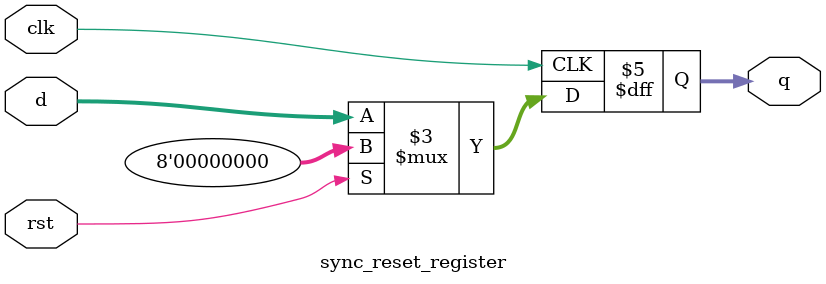
<source format=v>

module sync_reset_register(
    input clk,
    input rst,
    input [7:0]d,
    output reg [7:0]q
);

always @(posedge clk) begin
    if(rst)begin
        q <= 8'b00000000;
    end else begin
        q <= d;
    end
end

endmodule 
</source>
